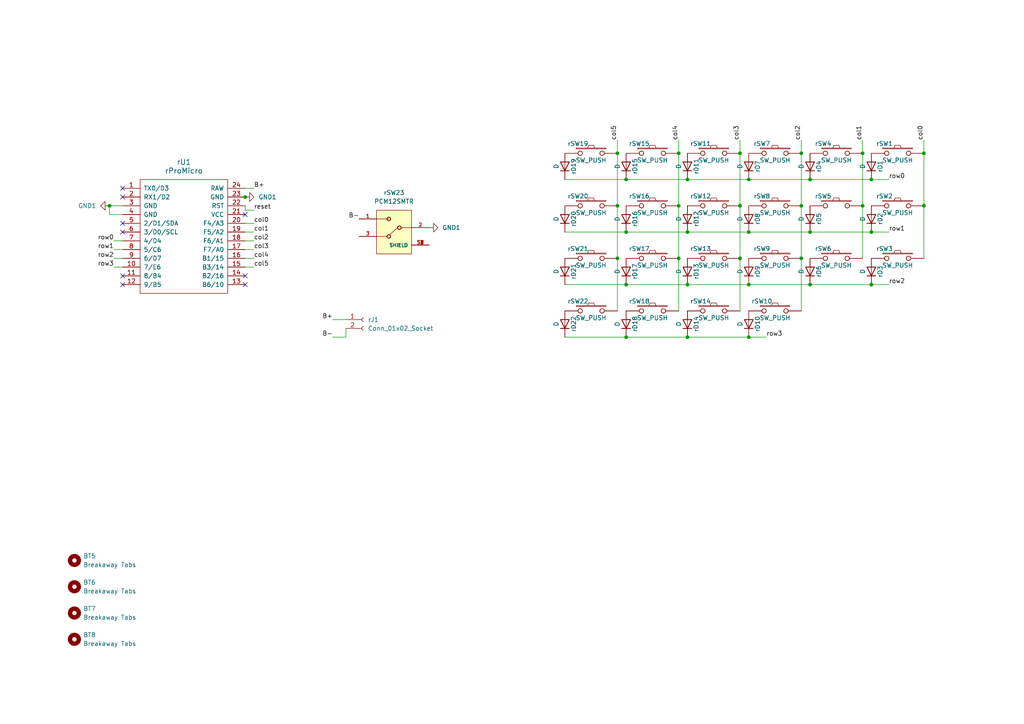
<source format=kicad_sch>
(kicad_sch (version 20231120) (generator "eeschema") (generator_version "8.0")
  (paper "A4")
  (lib_symbols
    (symbol "Connector:Conn_01x02_Socket" (pin_names (offset 1.016) hide)
      (property "Reference" "J" (at 0 2.54 0))
      (property "Value" "Conn_01x02_Socket" (at 0 -5.08 0))
      (symbol "Conn_01x02_Socket_1_1"
        (arc (start 0 -2.032) (mid -0.5058 -2.54) (end 0 -3.048) (stroke (width 0.1524)))
        (polyline (pts (xy -1.27 -2.54) (xy -0.508 -2.54)) (stroke (width 0.1524)))
        (polyline (pts (xy -1.27 0) (xy -0.508 0)) (stroke (width 0.1524)))
        (arc (start 0 0.508) (mid -0.5058 0) (end 0 -0.508) (stroke (width 0.1524)))
        (pin passive line (at -5.08 0 0) (length 3.81) (name "Pin_1") (number "1"))
        (pin passive line (at -5.08 -2.54 0) (length 3.81) (name "Pin_2") (number "2"))
      )
    )
    (symbol "Device:D" (pin_numbers hide) (pin_names (offset 1.016) hide)
      (property "Reference" "D" (at 0 2.54 0))
      (property "Value" "D" (at 0 -2.54 0))
      (symbol "D_0_1"
        (polyline (pts (xy -1.27 1.27) (xy -1.27 -1.27)) (stroke (width 0.254)))
        (polyline (pts (xy 1.27 0) (xy -1.27 0)))
        (polyline (pts (xy 1.27 1.27) (xy 1.27 -1.27) (xy -1.27 0) (xy 1.27 1.27)) (stroke (width 0.254)))
      )
      (symbol "D_1_1"
        (pin passive line (at -3.81 0 0) (length 2.54) (name "K") (number "1"))
        (pin passive line (at 3.81 0 180) (length 2.54) (name "A") (number "2"))
      )
    )
    (symbol "Mechanical:MountingHole" (pin_names (offset 1.016))
      (property "Reference" "H" (at 0 5.08 0))
      (property "Value" "MountingHole" (at 0 3.175 0))
      (symbol "MountingHole_0_1"
        (circle (center 0 0) (radius 1.27) (stroke (width 1.27)))
      )
    )
    (symbol "PCM_PCM12SMTR:PCM12SMTR" (pin_names (offset 1.016))
      (property "Reference" "SW" (at -5.0844 5.3386 0))
      (property "Value" "PCM12SMTR" (at -5.1814 -9.6619 0))
      (symbol "PCM12SMTR_0_0"
        (rectangle (start -5.08 -7.62) (end 5.08 5.08) (stroke (width 0.1524)) (fill (type background)))
        (circle (center -1.524 -2.54) (radius 0.508) (stroke (width 0.254)))
        (circle (center -1.524 2.54) (radius 0.508) (stroke (width 0.254)))
        (polyline (pts (xy -5.08 -2.54) (xy -2.032 -2.54)) (stroke (width 0.1524)))
        (polyline (pts (xy -5.08 2.54) (xy -1.524 2.54)) (stroke (width 0.1524)))
        (polyline (pts (xy 1.016 0) (xy -1.27 -2.032)) (stroke (width 0.1524)))
        (polyline (pts (xy 2.032 0) (xy 5.08 0)) (stroke (width 0.1524)))
        (circle (center 1.524 0) (radius 0.508) (stroke (width 0.254)))
        (pin passive line (at -10.16 2.54 0) (length 5.08) (name "~") (number "1"))
        (pin passive line (at 10.16 0 180) (length 5.08) (name "~") (number "2"))
        (pin passive line (at -10.16 -2.54 0) (length 5.08) (name "~") (number "3"))
        (pin passive line (at 10.16 -5.08 180) (length 5.08) (name "SHIELD") (number "S1"))
        (pin passive line (at 10.16 -5.08 180) (length 5.08) (name "SHIELD") (number "S2"))
        (pin passive line (at 10.16 -5.08 180) (length 5.08) (name "SHIELD") (number "S3"))
        (pin passive line (at 10.16 -5.08 180) (length 5.08) (name "SHIELD") (number "S4"))
      )
    )
    (symbol "corne-chocolate-rescue:SW_PUSH-kbd" (pin_numbers hide) (pin_names (offset 1.016) hide)
      (property "Reference" "SW" (at 3.81 2.794 0))
      (property "Value" "SW_PUSH-kbd" (at 0 -2.032 0))
      (symbol "SW_PUSH-kbd_0_1"
        (rectangle (start -4.318 1.27) (end 4.318 1.524))
        (polyline (pts (xy -1.016 1.524) (xy -0.762 2.286) (xy 0.762 2.286) (xy 1.016 1.524)))
        (pin passive inverted (at -7.62 0 0) (length 5.08) (name "1") (number "1"))
        (pin passive inverted (at 7.62 0 180) (length 5.08) (name "2") (number "2"))
      )
    )
    (symbol "kbd:ProMicro" (pin_names (offset 1.016))
      (property "Reference" "U" (at 0 19.05 0))
      (property "Value" "ProMicro" (at 0 -19.05 0))
      (symbol "ProMicro_0_1"
        (rectangle (start -12.7 16.51) (end 12.7 -16.51))
      )
      (symbol "ProMicro_1_1"
        (pin bidirectional line (at -17.78 13.97 0) (length 5.08) (name "TX0/D3") (number "1"))
        (pin bidirectional line (at -17.78 -8.89 0) (length 5.08) (name "7/E6") (number "10"))
        (pin bidirectional line (at -17.78 -11.43 0) (length 5.08) (name "8/B4") (number "11"))
        (pin bidirectional line (at -17.78 -13.97 0) (length 5.08) (name "9/B5") (number "12"))
        (pin bidirectional line (at 17.78 -13.97 180) (length 5.08) (name "B6/10") (number "13"))
        (pin bidirectional line (at 17.78 -11.43 180) (length 5.08) (name "B2/16") (number "14"))
        (pin bidirectional line (at 17.78 -8.89 180) (length 5.08) (name "B3/14") (number "15"))
        (pin bidirectional line (at 17.78 -6.35 180) (length 5.08) (name "B1/15") (number "16"))
        (pin bidirectional line (at 17.78 -3.81 180) (length 5.08) (name "F7/A0") (number "17"))
        (pin bidirectional line (at 17.78 -1.27 180) (length 5.08) (name "F6/A1") (number "18"))
        (pin bidirectional line (at 17.78 1.27 180) (length 5.08) (name "F5/A2") (number "19"))
        (pin bidirectional line (at -17.78 11.43 0) (length 5.08) (name "RX1/D2") (number "2"))
        (pin bidirectional line (at 17.78 3.81 180) (length 5.08) (name "F4/A3") (number "20"))
        (pin power_in line (at 17.78 6.35 180) (length 5.08) (name "VCC") (number "21"))
        (pin input line (at 17.78 8.89 180) (length 5.08) (name "RST") (number "22"))
        (pin power_in line (at 17.78 11.43 180) (length 5.08) (name "GND") (number "23"))
        (pin power_out line (at 17.78 13.97 180) (length 5.08) (name "RAW") (number "24"))
        (pin power_in line (at -17.78 8.89 0) (length 5.08) (name "GND") (number "3"))
        (pin power_in line (at -17.78 6.35 0) (length 5.08) (name "GND") (number "4"))
        (pin bidirectional line (at -17.78 3.81 0) (length 5.08) (name "2/D1/SDA") (number "5"))
        (pin bidirectional line (at -17.78 1.27 0) (length 5.08) (name "3/D0/SCL") (number "6"))
        (pin bidirectional line (at -17.78 -1.27 0) (length 5.08) (name "4/D4") (number "7"))
        (pin bidirectional line (at -17.78 -3.81 0) (length 5.08) (name "5/C6") (number "8"))
        (pin bidirectional line (at -17.78 -6.35 0) (length 5.08) (name "6/D7") (number "9"))
      )
    )
    (symbol "power:GND1" (power) (pin_numbers hide) (pin_names (offset 0) hide)
      (property "Value" "GND1" (at 0 -3.81 0))
      (symbol "GND1_0_1"
        (polyline (pts (xy 0 0) (xy 0 -1.27) (xy 1.27 -1.27) (xy 0 -2.54) (xy -1.27 -1.27) (xy 0 -1.27)))
      )
      (symbol "GND1_1_1"
        (pin power_in line (at 0 0 270) (length 0) (name "~") (number "1"))
      )
    )
  )
  (junction (at 196.85 44.45))
  (junction (at 179.07 44.45))
  (junction (at 232.41 74.93))
  (junction (at 217.17 67.31))
  (junction (at 181.61 52.07))
  (junction (at 252.73 52.07))
  (junction (at 181.61 82.55))
  (junction (at 252.73 82.55))
  (junction (at 179.07 74.93))
  (junction (at 217.17 82.55))
  (junction (at 71.12 57.15))
  (junction (at 267.97 59.69))
  (junction (at 250.19 59.69))
  (junction (at 214.63 59.69))
  (junction (at 217.17 97.79))
  (junction (at 199.39 82.55))
  (junction (at 196.85 74.93))
  (junction (at 196.85 59.69))
  (junction (at 252.73 67.31))
  (junction (at 181.61 67.31))
  (junction (at 250.19 44.45))
  (junction (at 199.39 52.07))
  (junction (at 234.95 82.55))
  (junction (at 214.63 44.45))
  (junction (at 217.17 52.07))
  (junction (at 232.41 59.69))
  (junction (at 234.95 67.31))
  (junction (at 31.75 59.69))
  (junction (at 214.63 74.93))
  (junction (at 199.39 97.79))
  (junction (at 267.97 44.45))
  (junction (at 179.07 59.69))
  (junction (at 181.61 97.79))
  (junction (at 234.95 52.07))
  (junction (at 232.41 44.45))
  (junction (at 199.39 67.31))
  (no_connect (at 71.12 62.23))
  (no_connect (at 35.56 80.01))
  (no_connect (at 35.56 64.77))
  (no_connect (at 71.12 82.55))
  (no_connect (at 35.56 57.15))
  (no_connect (at 71.12 80.01))
  (no_connect (at 35.56 54.61))
  (no_connect (at 35.56 67.31))
  (no_connect (at 35.56 82.55))
  (wire (pts (xy 199.39 52.07) (xy 181.61 52.07)))
  (wire (pts (xy 196.85 40.64) (xy 196.85 44.45)))
  (wire (pts (xy 33.02 72.39) (xy 35.56 72.39)))
  (wire (pts (xy 267.97 44.45) (xy 267.97 59.69)))
  (wire (pts (xy 232.41 59.69) (xy 232.41 74.93)))
  (wire (pts (xy 199.39 97.79) (xy 181.61 97.79)))
  (wire (pts (xy 73.66 67.31) (xy 71.12 67.31)))
  (wire (pts (xy 234.95 52.07) (xy 217.17 52.07)))
  (wire (pts (xy 179.07 59.69) (xy 179.07 74.93)))
  (wire (pts (xy 217.17 52.07) (xy 199.39 52.07)))
  (wire (pts (xy 232.41 44.45) (xy 232.41 59.69)))
  (wire (pts (xy 35.56 59.69) (xy 31.75 59.69)))
  (wire (pts (xy 250.19 40.64) (xy 250.19 44.45)))
  (wire (pts (xy 73.66 72.39) (xy 71.12 72.39)))
  (wire (pts (xy 69.85 57.15) (xy 71.12 57.15)))
  (wire (pts (xy 73.66 74.93) (xy 71.12 74.93)))
  (wire (pts (xy 232.41 74.93) (xy 232.41 90.17)))
  (wire (pts (xy 73.66 77.47) (xy 71.12 77.47)))
  (wire (pts (xy 96.52 92.71) (xy 100.33 92.71)))
  (wire (pts (xy 196.85 44.45) (xy 196.85 59.69)))
  (wire (pts (xy 250.19 59.69) (xy 250.19 74.93)))
  (wire (pts (xy 33.02 74.93) (xy 35.56 74.93)))
  (wire (pts (xy 234.95 67.31) (xy 217.17 67.31)))
  (wire (pts (xy 252.73 52.07) (xy 234.95 52.07)))
  (wire (pts (xy 232.41 40.64) (xy 232.41 44.45)))
  (wire (pts (xy 196.85 74.93) (xy 196.85 90.17)))
  (wire (pts (xy 217.17 82.55) (xy 199.39 82.55)))
  (wire (pts (xy 196.85 59.69) (xy 196.85 74.93)))
  (wire (pts (xy 234.95 82.55) (xy 217.17 82.55)))
  (wire (pts (xy 73.66 69.85) (xy 71.12 69.85)))
  (wire (pts (xy 257.81 82.55) (xy 252.73 82.55)))
  (wire (pts (xy 33.02 69.85) (xy 35.56 69.85)))
  (wire (pts (xy 181.61 97.79) (xy 163.83 97.79)))
  (wire (pts (xy 267.97 40.64) (xy 267.97 44.45)))
  (wire (pts (xy 71.12 60.96) (xy 71.12 59.69)))
  (wire (pts (xy 252.73 82.55) (xy 234.95 82.55)))
  (wire (pts (xy 73.66 64.77) (xy 71.12 64.77)))
  (wire (pts (xy 181.61 82.55) (xy 163.83 82.55)))
  (wire (pts (xy 214.63 40.64) (xy 214.63 44.45)))
  (wire (pts (xy 33.02 77.47) (xy 35.56 77.47)))
  (wire (pts (xy 31.75 62.23) (xy 35.56 62.23)))
  (wire (pts (xy 96.52 97.79) (xy 100.33 97.79)))
  (wire (pts (xy 214.63 74.93) (xy 214.63 90.17)))
  (wire (pts (xy 73.66 54.61) (xy 71.12 54.61)))
  (wire (pts (xy 217.17 67.31) (xy 199.39 67.31)))
  (wire (pts (xy 217.17 97.79) (xy 199.39 97.79)))
  (wire (pts (xy 199.39 82.55) (xy 181.61 82.55)))
  (wire (pts (xy 181.61 52.07) (xy 163.83 52.07)))
  (wire (pts (xy 179.07 74.93) (xy 179.07 90.17)))
  (wire (pts (xy 250.19 44.45) (xy 250.19 59.69)))
  (wire (pts (xy 31.75 59.69) (xy 31.75 62.23)))
  (wire (pts (xy 267.97 59.69) (xy 267.97 74.93)))
  (wire (pts (xy 73.66 60.96) (xy 71.12 60.96)))
  (wire (pts (xy 199.39 67.31) (xy 181.61 67.31)))
  (wire (pts (xy 257.81 52.07) (xy 252.73 52.07)))
  (wire (pts (xy 100.33 97.79) (xy 100.33 95.25)))
  (wire (pts (xy 252.73 67.31) (xy 234.95 67.31)))
  (wire (pts (xy 181.61 67.31) (xy 163.83 67.31)))
  (wire (pts (xy 222.25 97.79) (xy 217.17 97.79)))
  (wire (pts (xy 179.07 44.45) (xy 179.07 59.69)))
  (wire (pts (xy 214.63 59.69) (xy 214.63 74.93)))
  (wire (pts (xy 179.07 40.64) (xy 179.07 44.45)))
  (wire (pts (xy 257.81 67.31) (xy 252.73 67.31)))
  (wire (pts (xy 214.63 44.45) (xy 214.63 59.69)))
  (label "row1" (at 257.81 67.31 0))
  (label "row2" (at 257.81 82.55 0))
  (label "row2" (at 33.02 74.93 180))
  (label "B+" (at 96.52 92.71 180))
  (label "col0" (at 267.97 40.64 90))
  (label "col0" (at 73.66 64.77 0))
  (label "row1" (at 33.02 72.39 180))
  (label "col1" (at 73.66 67.31 0))
  (label "B-" (at 96.52 97.79 180))
  (label "row0" (at 257.81 52.07 0))
  (label "col1" (at 250.19 40.64 90))
  (label "col4" (at 196.85 40.64 90))
  (label "B-" (at 104.14 63.5 180))
  (label "row0" (at 33.02 69.85 180))
  (label "col5" (at 73.66 77.47 0))
  (label "reset" (at 73.66 60.96 0))
  (label "col2" (at 73.66 69.85 0))
  (label "row3" (at 222.25 97.79 0))
  (label "col3" (at 214.63 40.64 90))
  (label "row3" (at 33.02 77.47 180))
  (label "col3" (at 73.66 72.39 0))
  (label "col5" (at 179.07 40.64 90))
  (label "col4" (at 73.66 74.93 0))
  (label "B+" (at 73.66 54.61 0))
  (label "col2" (at 232.41 40.64 90))
  (symbol (lib_id "corne-chocolate-rescue:SW_PUSH-kbd") (at 260.35 59.69 0) (mirror y) (unit 1)
    (property "Reference" "rSW2" (at 256.54 56.896 0))
    (property "Value" "SW_PUSH" (at 260.35 61.722 0))
    (property "Footprint" "kbd:keyswitch_choc12_hotswap_1u" (effects (hide yes)))
  )
  (symbol (lib_id "corne-chocolate-rescue:SW_PUSH-kbd") (at 171.45 74.93 0) (mirror y) (unit 1)
    (property "Reference" "rSW21" (at 167.64 72.136 0))
    (property "Value" "SW_PUSH" (at 171.45 76.962 0))
    (property "Footprint" "kbd:keyswitch_choc12_hotswap_1u" (effects (hide yes)))
  )
  (symbol (lib_id "PCM_PCM12SMTR:PCM12SMTR") (at 114.3 66.04 0) (unit 1)
    (property "Reference" "rSW23" (at 114.3 55.88 0))
    (property "Value" "PCM12SMTR" (at 114.3 58.42 0))
    (property "Footprint" "Button_Switch_SMD:SW_SPDT_PCM12" (effects (hide yes)))
    (property "STANDARD" "Manufacturer Recommendation" (effects (hide yes)))
    (property "MANUFACTURER" "C&K" (effects (hide yes)))
  )
  (symbol (lib_id "Device:D") (at 199.39 48.26 270) (mirror x) (unit 1)
    (property "Reference" "rD11" (at 201.93 48.26 0))
    (property "Value" "D" (at 196.85 48.26 0))
    (property "Footprint" "Diode_SMD:Nexperia_CFP3_SOD-123W" (effects (hide yes)))
  )
  (symbol (lib_id "corne-chocolate-rescue:SW_PUSH-kbd") (at 171.45 90.17 0) (mirror y) (unit 1)
    (property "Reference" "rSW22" (at 167.64 87.376 0))
    (property "Value" "SW_PUSH" (at 171.45 92.202 0))
    (property "Footprint" "kbd:keyswitch_choc12_hotswap_1u" (effects (hide yes)))
  )
  (symbol (lib_id "Device:D") (at 234.95 78.74 270) (mirror x) (unit 1)
    (property "Reference" "rD6" (at 237.49 78.74 0))
    (property "Value" "D" (at 232.41 78.74 0))
    (property "Footprint" "Diode_SMD:Nexperia_CFP3_SOD-123W" (effects (hide yes)))
  )
  (symbol (lib_id "Device:D") (at 252.73 48.26 270) (mirror x) (unit 1)
    (property "Reference" "rD1" (at 255.27 48.26 0))
    (property "Value" "D" (at 250.19 48.26 0))
    (property "Footprint" "Diode_SMD:Nexperia_CFP3_SOD-123W" (effects (hide yes)))
  )
  (symbol (lib_id "Device:D") (at 252.73 63.5 270) (mirror x) (unit 1)
    (property "Reference" "rD2" (at 255.27 63.5 0))
    (property "Value" "D" (at 250.19 63.5 0))
    (property "Footprint" "Diode_SMD:Nexperia_CFP3_SOD-123W" (effects (hide yes)))
  )
  (symbol (lib_id "Device:D") (at 199.39 78.74 270) (mirror x) (unit 1)
    (property "Reference" "rD13" (at 201.93 78.74 0))
    (property "Value" "D" (at 196.85 78.74 0))
    (property "Footprint" "Diode_SMD:Nexperia_CFP3_SOD-123W" (effects (hide yes)))
  )
  (symbol (lib_id "power:GND1") (at 124.46 66.04 90) (unit 1)
    (property "Reference" "#PWR03" (effects (hide yes)))
    (property "Value" "GND1" (at 128.27 66.0399 90) (effects (justify right)))
    (property "Description" "Power symbol creates a global label with name \"GND1\" , ground" (effects (hide yes)))
  )
  (symbol (lib_id "Device:D") (at 163.83 78.74 270) (mirror x) (unit 1)
    (property "Reference" "rD21" (at 166.37 78.74 0))
    (property "Value" "D" (at 161.29 78.74 0))
    (property "Footprint" "Diode_SMD:Nexperia_CFP3_SOD-123W" (effects (hide yes)))
  )
  (symbol (lib_id "Device:D") (at 181.61 93.98 270) (mirror x) (unit 1)
    (property "Reference" "rD18" (at 184.15 93.98 0))
    (property "Value" "D" (at 179.07 93.98 0))
    (property "Footprint" "Diode_SMD:Nexperia_CFP3_SOD-123W" (effects (hide yes)))
  )
  (symbol (lib_id "Device:D") (at 163.83 63.5 270) (mirror x) (unit 1)
    (property "Reference" "rD20" (at 166.37 63.5 0))
    (property "Value" "D" (at 161.29 63.5 0))
    (property "Footprint" "Diode_SMD:Nexperia_CFP3_SOD-123W" (effects (hide yes)))
  )
  (symbol (lib_id "Device:D") (at 199.39 63.5 270) (mirror x) (unit 1)
    (property "Reference" "rD12" (at 201.93 63.5 0))
    (property "Value" "D" (at 196.85 63.5 0))
    (property "Footprint" "Diode_SMD:Nexperia_CFP3_SOD-123W" (effects (hide yes)))
  )
  (symbol (lib_id "corne-chocolate-rescue:SW_PUSH-kbd") (at 242.57 44.45 0) (mirror y) (unit 1)
    (property "Reference" "rSW4" (at 238.76 41.656 0))
    (property "Value" "SW_PUSH" (at 242.57 46.482 0))
    (property "Footprint" "kbd:keyswitch_choc12_hotswap_1u" (effects (hide yes)))
  )
  (symbol (lib_id "Device:D") (at 163.83 48.26 270) (mirror x) (unit 1)
    (property "Reference" "rD19" (at 166.37 48.26 0))
    (property "Value" "D" (at 161.29 48.26 0))
    (property "Footprint" "Diode_SMD:Nexperia_CFP3_SOD-123W" (effects (hide yes)))
  )
  (symbol (lib_id "corne-chocolate-rescue:SW_PUSH-kbd") (at 242.57 59.69 0) (mirror y) (unit 1)
    (property "Reference" "rSW5" (at 238.76 56.896 0))
    (property "Value" "SW_PUSH" (effects (hide yes)))
    (property "Footprint" "kbd:keyswitch_choc12_hotswap_1u" (effects (hide yes)))
  )
  (symbol (lib_id "corne-chocolate-rescue:SW_PUSH-kbd") (at 171.45 44.45 0) (mirror y) (unit 1)
    (property "Reference" "rSW19" (at 167.64 41.656 0))
    (property "Value" "SW_PUSH" (at 171.45 46.482 0))
    (property "Footprint" "kbd:keyswitch_choc12_hotswap_1u" (effects (hide yes)))
  )
  (symbol (lib_id "Device:D") (at 217.17 48.26 270) (mirror x) (unit 1)
    (property "Reference" "rD7" (at 219.71 48.26 0))
    (property "Value" "D" (at 214.63 48.26 0))
    (property "Footprint" "Diode_SMD:Nexperia_CFP3_SOD-123W" (effects (hide yes)))
  )
  (symbol (lib_id "corne-chocolate-rescue:SW_PUSH-kbd") (at 189.23 59.69 0) (mirror y) (unit 1)
    (property "Reference" "rSW16" (at 185.42 56.896 0))
    (property "Value" "SW_PUSH" (at 189.23 61.722 0))
    (property "Footprint" "kbd:keyswitch_choc12_hotswap_1u" (effects (hide yes)))
  )
  (symbol (lib_id "Device:D") (at 217.17 63.5 270) (mirror x) (unit 1)
    (property "Reference" "rD8" (at 219.71 63.5 0))
    (property "Value" "D" (at 214.63 63.5 0))
    (property "Footprint" "Diode_SMD:Nexperia_CFP3_SOD-123W" (effects (hide yes)))
  )
  (symbol (lib_id "Device:D") (at 217.17 78.74 270) (mirror x) (unit 1)
    (property "Reference" "rD9" (at 219.71 78.74 0))
    (property "Value" "D" (at 214.63 78.74 0))
    (property "Footprint" "Diode_SMD:Nexperia_CFP3_SOD-123W" (effects (hide yes)))
  )
  (symbol (lib_id "corne-chocolate-rescue:SW_PUSH-kbd") (at 224.79 90.17 0) (mirror y) (unit 1)
    (property "Reference" "rSW10" (at 220.98 87.376 0))
    (property "Value" "SW_PUSH" (at 224.79 92.202 0))
    (property "Footprint" "kbd:keyswitch_choc12_hotswap_1u" (effects (hide yes)))
  )
  (symbol (lib_id "corne-chocolate-rescue:SW_PUSH-kbd") (at 260.35 74.93 0) (mirror y) (unit 1)
    (property "Reference" "rSW3" (at 256.54 72.136 0))
    (property "Value" "SW_PUSH" (at 260.35 76.962 0))
    (property "Footprint" "kbd:keyswitch_choc12_hotswap_1u" (effects (hide yes)))
  )
  (symbol (lib_id "Device:D") (at 181.61 78.74 270) (mirror x) (unit 1)
    (property "Reference" "rD17" (at 184.15 78.74 0))
    (property "Value" "D" (at 179.07 78.74 0))
    (property "Footprint" "Diode_SMD:Nexperia_CFP3_SOD-123W" (effects (hide yes)))
  )
  (symbol (lib_id "Mechanical:MountingHole") (at 21.59 185.42 0) (unit 1)
    (property "Reference" "BT8" (at 24.13 184.15 0) (effects (justify left)))
    (property "Value" "Breakaway Tabs" (at 24.13 186.69 0) (effects (justify left)))
    (property "Footprint" "kbd:Breakaway_Tabs" (effects (hide yes)))
  )
  (symbol (lib_id "Device:D") (at 199.39 93.98 270) (mirror x) (unit 1)
    (property "Reference" "rD14" (at 201.93 93.98 0))
    (property "Value" "D" (at 196.85 93.98 0))
    (property "Footprint" "Diode_SMD:Nexperia_CFP3_SOD-123W" (effects (hide yes)))
  )
  (symbol (lib_id "Device:D") (at 217.17 93.98 270) (mirror x) (unit 1)
    (property "Reference" "rD10" (at 219.71 93.98 0))
    (property "Value" "D" (at 214.63 93.98 0))
    (property "Footprint" "Diode_SMD:Nexperia_CFP3_SOD-123W" (effects (hide yes)))
  )
  (symbol (lib_id "corne-chocolate-rescue:SW_PUSH-kbd") (at 224.79 44.45 0) (mirror y) (unit 1)
    (property "Reference" "rSW7" (at 220.98 41.656 0))
    (property "Value" "SW_PUSH" (at 224.79 46.482 0))
    (property "Footprint" "kbd:keyswitch_choc12_hotswap_1u" (effects (hide yes)))
  )
  (symbol (lib_id "corne-chocolate-rescue:SW_PUSH-kbd") (at 189.23 90.17 0) (mirror y) (unit 1)
    (property "Reference" "rSW18" (at 185.42 87.376 0))
    (property "Value" "SW_PUSH" (at 189.23 92.202 0))
    (property "Footprint" "kbd:keyswitch_choc12_hotswap_1u" (effects (hide yes)))
  )
  (symbol (lib_id "corne-chocolate-rescue:SW_PUSH-kbd") (at 242.57 74.93 0) (mirror y) (unit 1)
    (property "Reference" "rSW6" (at 238.76 72.136 0))
    (property "Value" "SW_PUSH" (at 242.57 76.962 0))
    (property "Footprint" "kbd:keyswitch_choc12_hotswap_1u" (effects (hide yes)))
  )
  (symbol (lib_id "Device:D") (at 252.73 78.74 270) (mirror x) (unit 1)
    (property "Reference" "rD3" (at 255.27 78.74 0))
    (property "Value" "D" (at 250.19 78.74 0))
    (property "Footprint" "Diode_SMD:Nexperia_CFP3_SOD-123W" (effects (hide yes)))
  )
  (symbol (lib_id "corne-chocolate-rescue:SW_PUSH-kbd") (at 224.79 74.93 0) (mirror y) (unit 1)
    (property "Reference" "rSW9" (at 220.98 72.136 0))
    (property "Value" "SW_PUSH" (at 224.79 76.962 0))
    (property "Footprint" "kbd:keyswitch_choc12_hotswap_1u" (effects (hide yes)))
  )
  (symbol (lib_id "corne-chocolate-rescue:SW_PUSH-kbd") (at 189.23 74.93 0) (mirror y) (unit 1)
    (property "Reference" "rSW17" (at 185.42 72.136 0))
    (property "Value" "SW_PUSH" (at 189.23 76.962 0))
    (property "Footprint" "kbd:keyswitch_choc12_hotswap_1u" (effects (hide yes)))
  )
  (symbol (lib_id "Connector:Conn_01x02_Socket") (at 105.41 92.71 0) (unit 1)
    (property "Reference" "rJ1" (at 106.68 92.7099 0) (effects (justify left)))
    (property "Value" "Conn_01x02_Socket" (at 106.68 95.2499 0) (effects (justify left)))
    (property "Footprint" "Connector_JST:JST_EH_S2B-EH_1x02_P2.50mm_Horizontal" (effects (hide yes)))
    (property "Description" "Generic connector, single row, 01x02, script generated" (effects (hide yes)))
  )
  (symbol (lib_id "power:GND1") (at 71.12 57.15 90) (unit 1)
    (property "Reference" "#PWR01" (effects (hide yes)))
    (property "Value" "GND1" (at 74.93 57.1499 90) (effects (justify right)))
    (property "Description" "Power symbol creates a global label with name \"GND1\" , ground" (effects (hide yes)))
  )
  (symbol (lib_id "corne-chocolate-rescue:SW_PUSH-kbd") (at 207.01 59.69 0) (mirror y) (unit 1)
    (property "Reference" "rSW12" (at 203.2 56.896 0))
    (property "Value" "SW_PUSH" (at 207.01 61.722 0))
    (property "Footprint" "kbd:keyswitch_choc12_hotswap_1u" (effects (hide yes)))
  )
  (symbol (lib_id "corne-chocolate-rescue:SW_PUSH-kbd") (at 207.01 44.45 0) (mirror y) (unit 1)
    (property "Reference" "rSW11" (at 203.2 41.656 0))
    (property "Value" "SW_PUSH" (at 207.01 46.482 0))
    (property "Footprint" "kbd:keyswitch_choc12_hotswap_1u" (effects (hide yes)))
  )
  (symbol (lib_id "corne-chocolate-rescue:SW_PUSH-kbd") (at 207.01 90.17 0) (mirror y) (unit 1)
    (property "Reference" "rSW14" (at 203.2 87.376 0))
    (property "Value" "SW_PUSH" (at 207.01 92.202 0))
    (property "Footprint" "kbd:keyswitch_choc12_hotswap_1u" (effects (hide yes)))
  )
  (symbol (lib_id "Device:D") (at 234.95 48.26 270) (mirror x) (unit 1)
    (property "Reference" "rD4" (at 237.49 48.26 0))
    (property "Value" "D" (at 232.41 48.26 0))
    (property "Footprint" "Diode_SMD:Nexperia_CFP3_SOD-123W" (effects (hide yes)))
  )
  (symbol (lib_id "Device:D") (at 234.95 63.5 270) (mirror x) (unit 1)
    (property "Reference" "rD5" (at 237.49 63.5 0))
    (property "Value" "D" (at 232.41 63.5 0))
    (property "Footprint" "Diode_SMD:Nexperia_CFP3_SOD-123W" (effects (hide yes)))
  )
  (symbol (lib_id "corne-chocolate-rescue:SW_PUSH-kbd") (at 224.79 59.69 0) (mirror y) (unit 1)
    (property "Reference" "rSW8" (at 220.98 56.896 0))
    (property "Value" "SW_PUSH" (at 224.79 61.722 0))
    (property "Footprint" "kbd:keyswitch_choc12_hotswap_1u" (effects (hide yes)))
  )
  (symbol (lib_id "Mechanical:MountingHole") (at 21.59 162.56 0) (unit 1)
    (property "Reference" "BT5" (at 24.13 161.29 0) (effects (justify left)))
    (property "Value" "Breakaway Tabs" (at 24.13 163.83 0) (effects (justify left)))
    (property "Footprint" "kbd:Breakaway_Tabs" (effects (hide yes)))
  )
  (symbol (lib_id "Device:D") (at 181.61 63.5 270) (mirror x) (unit 1)
    (property "Reference" "rD16" (at 184.15 63.5 0))
    (property "Value" "D" (at 179.07 63.5 0))
    (property "Footprint" "Diode_SMD:Nexperia_CFP3_SOD-123W" (effects (hide yes)))
  )
  (symbol (lib_id "Device:D") (at 163.83 93.98 270) (mirror x) (unit 1)
    (property "Reference" "rD22" (at 166.37 93.98 0))
    (property "Value" "D" (at 161.29 93.98 0))
    (property "Footprint" "Diode_SMD:Nexperia_CFP3_SOD-123W" (effects (hide yes)))
  )
  (symbol (lib_id "Device:D") (at 181.61 48.26 270) (mirror x) (unit 1)
    (property "Reference" "rD15" (at 184.15 48.26 0))
    (property "Value" "D" (at 179.07 48.26 0))
    (property "Footprint" "Diode_SMD:Nexperia_CFP3_SOD-123W" (effects (hide yes)))
  )
  (symbol (lib_id "Mechanical:MountingHole") (at 21.59 177.8 0) (unit 1)
    (property "Reference" "BT7" (at 24.13 176.53 0) (effects (justify left)))
    (property "Value" "Breakaway Tabs" (at 24.13 179.07 0) (effects (justify left)))
    (property "Footprint" "kbd:Breakaway_Tabs" (effects (hide yes)))
  )
  (symbol (lib_id "kbd:ProMicro") (at 53.34 68.58 0) (unit 1)
    (property "Reference" "rU1" (at 53.34 46.99 0) (effects (font (size 1.524 1.524))))
    (property "Value" "rProMicro" (at 53.34 49.53 0) (effects (font (size 1.524 1.524))))
    (property "Footprint" "kbd:ProMicro" (effects (hide yes)))
  )
  (symbol (lib_id "corne-chocolate-rescue:SW_PUSH-kbd") (at 207.01 74.93 0) (mirror y) (unit 1)
    (property "Reference" "rSW13" (at 203.2 72.136 0))
    (property "Value" "SW_PUSH" (at 207.01 76.962 0))
    (property "Footprint" "kbd:keyswitch_choc12_hotswap_1u" (effects (hide yes)))
  )
  (symbol (lib_id "Mechanical:MountingHole") (at 21.59 170.18 0) (unit 1)
    (property "Reference" "BT6" (at 24.13 168.91 0) (effects (justify left)))
    (property "Value" "Breakaway Tabs" (at 24.13 171.45 0) (effects (justify left)))
    (property "Footprint" "kbd:Breakaway_Tabs" (effects (hide yes)))
  )
  (symbol (lib_id "corne-chocolate-rescue:SW_PUSH-kbd") (at 260.35 44.45 0) (mirror y) (unit 1)
    (property "Reference" "rSW1" (at 256.54 41.656 0))
    (property "Value" "SW_PUSH" (at 260.35 46.482 0))
    (property "Footprint" "kbd:keyswitch_choc12_hotswap_1u" (effects (hide yes)))
  )
  (symbol (lib_id "corne-chocolate-rescue:SW_PUSH-kbd") (at 189.23 44.45 0) (mirror y) (unit 1)
    (property "Reference" "rSW15" (at 185.42 41.656 0))
    (property "Value" "SW_PUSH" (at 189.23 46.482 0))
    (property "Footprint" "kbd:keyswitch_choc12_hotswap_1u" (effects (hide yes)))
  )
  (symbol (lib_id "corne-chocolate-rescue:SW_PUSH-kbd") (at 171.45 59.69 0) (mirror y) (unit 1)
    (property "Reference" "rSW20" (at 167.64 56.896 0))
    (property "Value" "SW_PUSH" (at 171.45 61.722 0))
    (property "Footprint" "kbd:keyswitch_choc12_hotswap_1u" (effects (hide yes)))
  )
  (symbol (lib_id "power:GND1") (at 31.75 59.69 270) (unit 1)
    (property "Reference" "#PWR02" (effects (hide yes)))
    (property "Value" "GND1" (at 27.94 59.6899 90) (effects (justify right)))
    (property "Description" "Power symbol creates a global label with name \"GND1\" , ground" (effects (hide yes)))
  )
)
</source>
